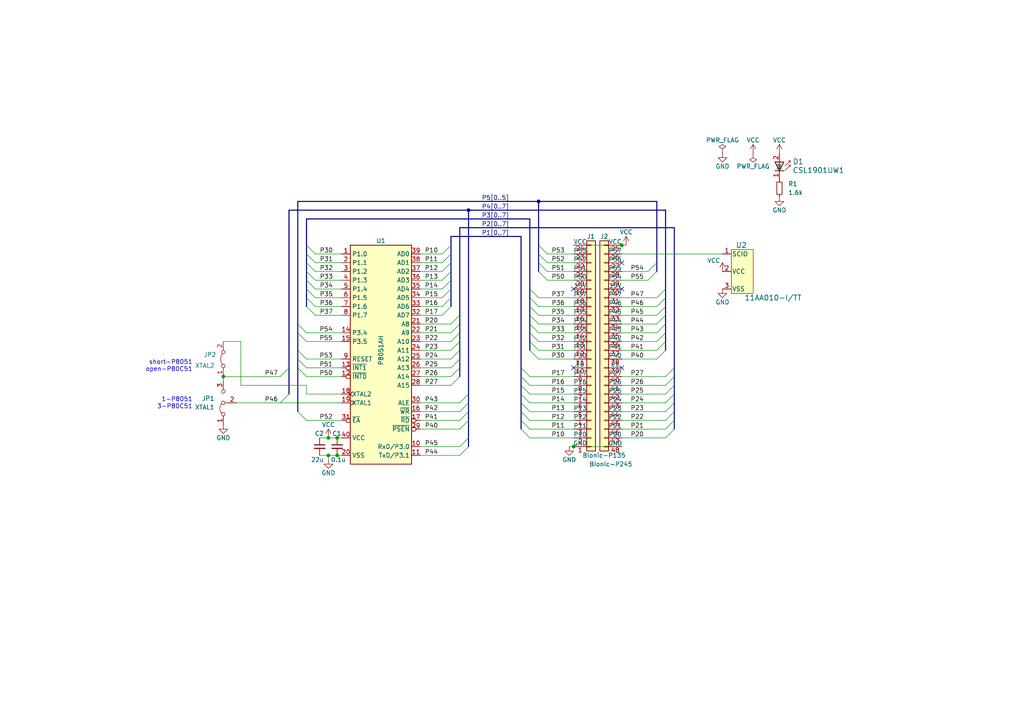
<source format=kicad_sch>
(kicad_sch (version 20230121) (generator eeschema)
  (paper "A4")
  (title_block (title "BionicP8051") (date "2024-12-02") (rev "5") (company "Tadashi G. Takaoka"))
  (lib_symbols
    (symbol "0-LocalLibrary:11AA010-I_TT" (pin_names (offset 0.254))
      (property "Reference" "U" (at 2.54 1.27 0))
      (property "Value" "11AA010-I/TT" (at 3.81 -13.97 0))
      (symbol "11AA010-I_TT_1_1"
        (rectangle (start 0 0) (end 6.35 -12.7) (fill (type background)))
        (pin bidirectional line (at -2.54 -1.27 0) (length 2.54) (name "SCIO") (number "1"))
        (pin power_in line (at -2.54 -6.35 0) (length 2.54) (name "VCC") (number "2"))
        (pin power_in line (at -2.54 -11.43 0) (length 2.54) (name "VSS") (number "3"))
      )
    )
    (symbol "0-LocalLibrary:Bionic-P135" (pin_names (offset 0))
      (property "Reference" "J" (at 0 30.48 0))
      (property "Value" "Bionic-P135" (at -1.27 -33.02 0))
      (symbol "Bionic-P135_1_1"
        (rectangle (start 0 -30.353) (end -1.27 -30.607) (stroke (width 0.1524)))
        (rectangle (start 0 -27.813) (end -1.27 -28.067) (stroke (width 0.1524)))
        (rectangle (start 0 -25.273) (end -1.27 -25.527) (stroke (width 0.1524)))
        (rectangle (start 0 -22.733) (end -1.27 -22.987) (stroke (width 0.1524)))
        (rectangle (start 0 -20.193) (end -1.27 -20.447) (stroke (width 0.1524)))
        (rectangle (start 0 -17.653) (end -1.27 -17.907) (stroke (width 0.1524)))
        (rectangle (start 0 -15.113) (end -1.27 -15.367) (stroke (width 0.1524)))
        (rectangle (start 0 -12.573) (end -1.27 -12.827) (stroke (width 0.1524)))
        (rectangle (start 0 -10.033) (end -1.27 -10.287) (stroke (width 0.1524)))
        (rectangle (start 0 -7.493) (end -1.27 -7.747) (stroke (width 0.1524)))
        (rectangle (start 0 -4.953) (end -1.27 -5.207) (stroke (width 0.1524)))
        (rectangle (start 0 -2.413) (end -1.27 -2.667) (stroke (width 0.1524)))
        (rectangle (start 0 0.127) (end -1.27 -0.127) (stroke (width 0.1524)))
        (rectangle (start 0 2.667) (end -1.27 2.413) (stroke (width 0.1524)))
        (rectangle (start 0 5.207) (end -1.27 4.953) (stroke (width 0.1524)))
        (rectangle (start 0 7.747) (end -1.27 7.493) (stroke (width 0.1524)))
        (rectangle (start 0 10.287) (end -1.27 10.033) (stroke (width 0.1524)))
        (rectangle (start 0 12.827) (end -1.27 12.573) (stroke (width 0.1524)))
        (rectangle (start 0 15.367) (end -1.27 15.113) (stroke (width 0.1524)))
        (rectangle (start 0 17.907) (end -1.27 17.653) (stroke (width 0.1524)))
        (rectangle (start 0 20.447) (end -1.27 20.193) (stroke (width 0.1524)))
        (rectangle (start 0 22.987) (end -1.27 22.733) (stroke (width 0.1524)))
        (rectangle (start 0 25.527) (end -1.27 25.273) (stroke (width 0.1524)))
        (rectangle (start 0 28.067) (end -1.27 27.813) (stroke (width 0.1524)))
        (rectangle (start 1.27 29.21) (end -1.27 -31.75) (stroke (width 0.254)) (fill (type background)))
        (pin power_in line (at -5.08 -30.48 0) (length 3.81) (name "GND") (number "1"))
        (pin bidirectional line (at -5.08 -7.62 0) (length 3.81) (name "E0") (number "10"))
        (pin bidirectional line (at -5.08 -5.08 0) (length 3.81) (name "P30") (number "11"))
        (pin bidirectional line (at -5.08 -2.54 0) (length 3.81) (name "P31") (number "12"))
        (pin bidirectional line (at -5.08 0 0) (length 3.81) (name "P32") (number "13"))
        (pin bidirectional line (at -5.08 2.54 0) (length 3.81) (name "P33") (number "14"))
        (pin bidirectional line (at -5.08 5.08 0) (length 3.81) (name "P34") (number "15"))
        (pin bidirectional line (at -5.08 7.62 0) (length 3.81) (name "P35") (number "16"))
        (pin bidirectional line (at -5.08 10.16 0) (length 3.81) (name "P36") (number "17"))
        (pin bidirectional line (at -5.08 12.7 0) (length 3.81) (name "P37") (number "18"))
        (pin power_in line (at -5.08 15.24 0) (length 3.81) (name "15V") (number "19"))
        (pin bidirectional line (at -5.08 -27.94 0) (length 3.81) (name "P10") (number "2"))
        (pin bidirectional line (at -5.08 17.78 0) (length 3.81) (name "P50") (number "20"))
        (pin bidirectional line (at -5.08 20.32 0) (length 3.81) (name "P51") (number "21"))
        (pin bidirectional line (at -5.08 22.86 0) (length 3.81) (name "P52") (number "22"))
        (pin bidirectional line (at -5.08 25.4 0) (length 3.81) (name "P53") (number "23"))
        (pin power_in line (at -5.08 27.94 0) (length 3.81) (name "VCC") (number "24"))
        (pin bidirectional line (at -5.08 -25.4 0) (length 3.81) (name "P11") (number "3"))
        (pin bidirectional line (at -5.08 -22.86 0) (length 3.81) (name "P12") (number "4"))
        (pin bidirectional line (at -5.08 -20.32 0) (length 3.81) (name "P13") (number "5"))
        (pin bidirectional line (at -5.08 -17.78 0) (length 3.81) (name "P14") (number "6"))
        (pin bidirectional line (at -5.08 -15.24 0) (length 3.81) (name "P15") (number "7"))
        (pin bidirectional line (at -5.08 -12.7 0) (length 3.81) (name "P16") (number "8"))
        (pin bidirectional line (at -5.08 -10.16 0) (length 3.81) (name "P17") (number "9"))
      )
    )
    (symbol "0-LocalLibrary:Bionic-P245" (pin_names (offset 0))
      (property "Reference" "J" (at -3.81 30.48 0))
      (property "Value" "Bionic-P245" (at -1.27 -33.02 0))
      (symbol "Bionic-P245_1_1"
        (rectangle (start -2.54 -30.607) (end -3.81 -30.353) (stroke (width 0.1524)))
        (rectangle (start -2.54 -28.067) (end -3.81 -27.813) (stroke (width 0.1524)))
        (rectangle (start -2.54 -25.527) (end -3.81 -25.273) (stroke (width 0.1524)))
        (rectangle (start -2.54 -22.987) (end -3.81 -22.733) (stroke (width 0.1524)))
        (rectangle (start -2.54 -20.447) (end -3.81 -20.193) (stroke (width 0.1524)))
        (rectangle (start -2.54 -17.907) (end -3.81 -17.653) (stroke (width 0.1524)))
        (rectangle (start -2.54 -15.367) (end -3.81 -15.113) (stroke (width 0.1524)))
        (rectangle (start -2.54 -12.827) (end -3.81 -12.573) (stroke (width 0.1524)))
        (rectangle (start -2.54 -10.287) (end -3.81 -10.033) (stroke (width 0.1524)))
        (rectangle (start -2.54 -7.747) (end -3.81 -7.493) (stroke (width 0.1524)))
        (rectangle (start -2.54 -5.207) (end -3.81 -4.953) (stroke (width 0.1524)))
        (rectangle (start -2.54 -2.667) (end -3.81 -2.413) (stroke (width 0.1524)))
        (rectangle (start -2.54 -0.127) (end -3.81 0.127) (stroke (width 0.1524)))
        (rectangle (start -2.54 2.413) (end -3.81 2.667) (stroke (width 0.1524)))
        (rectangle (start -2.54 4.953) (end -3.81 5.207) (stroke (width 0.1524)))
        (rectangle (start -2.54 7.493) (end -3.81 7.747) (stroke (width 0.1524)))
        (rectangle (start -2.54 10.033) (end -3.81 10.287) (stroke (width 0.1524)))
        (rectangle (start -2.54 12.573) (end -3.81 12.827) (stroke (width 0.1524)))
        (rectangle (start -2.54 15.113) (end -3.81 15.367) (stroke (width 0.1524)))
        (rectangle (start -2.54 17.653) (end -3.81 17.907) (stroke (width 0.1524)))
        (rectangle (start -2.54 20.193) (end -3.81 20.447) (stroke (width 0.1524)))
        (rectangle (start -2.54 22.733) (end -3.81 22.987) (stroke (width 0.1524)))
        (rectangle (start -2.54 25.273) (end -3.81 25.527) (stroke (width 0.1524)))
        (rectangle (start -2.54 27.813) (end -3.81 28.067) (stroke (width 0.1524)))
        (rectangle (start -2.54 29.21) (end -5.08 -31.75) (stroke (width 0.254)) (fill (type background)))
        (pin power_in line (at 1.27 27.94 180) (length 3.81) (name "VCC") (number "25"))
        (pin bidirectional line (at 1.27 25.4 180) (length 3.81) (name "P57") (number "26"))
        (pin bidirectional line (at 1.27 22.86 180) (length 3.81) (name "P56") (number "27"))
        (pin bidirectional line (at 1.27 20.32 180) (length 3.81) (name "P55") (number "28"))
        (pin bidirectional line (at 1.27 17.78 180) (length 3.81) (name "P54") (number "29"))
        (pin power_in line (at 1.27 15.24 180) (length 3.81) (name "15V") (number "30"))
        (pin bidirectional line (at 1.27 12.7 180) (length 3.81) (name "P47") (number "31"))
        (pin bidirectional line (at 1.27 10.16 180) (length 3.81) (name "P46") (number "32"))
        (pin bidirectional line (at 1.27 7.62 180) (length 3.81) (name "P45") (number "33"))
        (pin bidirectional line (at 1.27 5.08 180) (length 3.81) (name "P44") (number "34"))
        (pin bidirectional line (at 1.27 2.54 180) (length 3.81) (name "P43") (number "35"))
        (pin bidirectional line (at 1.27 0 180) (length 3.81) (name "P42") (number "36"))
        (pin bidirectional line (at 1.27 -2.54 180) (length 3.81) (name "P41") (number "37"))
        (pin bidirectional line (at 1.27 -5.08 180) (length 3.81) (name "P40") (number "38"))
        (pin bidirectional line (at 1.27 -7.62 180) (length 3.81) (name "E1") (number "39"))
        (pin bidirectional line (at 1.27 -10.16 180) (length 3.81) (name "P27") (number "40"))
        (pin bidirectional line (at 1.27 -12.7 180) (length 3.81) (name "P26") (number "41"))
        (pin bidirectional line (at 1.27 -15.24 180) (length 3.81) (name "P25") (number "42"))
        (pin bidirectional line (at 1.27 -17.78 180) (length 3.81) (name "P24") (number "43"))
        (pin bidirectional line (at 1.27 -20.32 180) (length 3.81) (name "P23") (number "44"))
        (pin bidirectional line (at 1.27 -22.86 180) (length 3.81) (name "P22") (number "45"))
        (pin bidirectional line (at 1.27 -25.4 180) (length 3.81) (name "P21") (number "46"))
        (pin bidirectional line (at 1.27 -27.94 180) (length 3.81) (name "P20") (number "47"))
        (pin power_in line (at 1.27 -30.48 180) (length 3.81) (name "GND") (number "48"))
      )
    )
    (symbol "0-LocalLibrary:CSL1901UW1" (pin_names (offset 0.254))
      (property "Reference" "D" (at 3.81 -2.54 0))
      (property "Value" "CSL1901UW1" (at 3.81 -5.08 0))
      (symbol "CSL1901UW1_0_1"
        (polyline (pts (xy 2.159 3.175) (xy 2.667 3.175)))
        (polyline (pts (xy 2.54 0) (xy 5.08 0)))
        (polyline (pts (xy 5.08 1.27) (xy 5.08 -1.27)) (stroke (width 0.254)))
        (polyline (pts (xy 3.683 1.651) (xy 2.159 3.175) (xy 2.159 2.667)))
        (polyline (pts (xy 2.54 -1.27) (xy 5.08 0) (xy 2.54 1.27) (xy 2.54 -1.27)) (stroke (width 0.254)))
        (polyline (pts (xy 4.953 1.651) (xy 3.429 3.175) (xy 3.429 2.667) (xy 3.429 3.175) (xy 3.937 3.175)))
      )
      (symbol "CSL1901UW1_1_1"
        (pin passive line (at 7.62 0 180) (length 2.54) (name "K") (number "1"))
        (pin passive line (at 0 0 0) (length 2.54) (name "A") (number "2"))
      )
      (symbol "CSL1901UW1_1_2"
        (polyline (pts (xy -5.08 7.62) (xy -4.445 8.255)) (stroke (width 0.2032)))
        (polyline (pts (xy -5.08 8.255) (xy -5.08 7.62)) (stroke (width 0.2032)))
        (polyline (pts (xy -4.445 6.35) (xy -3.81 6.985)) (stroke (width 0.2032)))
        (polyline (pts (xy -4.445 8.255) (xy -5.08 8.255)) (stroke (width 0.2032)))
        (polyline (pts (xy -4.445 9.525) (xy -3.81 10.16)) (stroke (width 0.2032)))
        (polyline (pts (xy -4.445 10.16) (xy -4.445 9.525)) (stroke (width 0.2032)))
        (polyline (pts (xy -3.81 6.985) (xy -5.08 8.255)) (stroke (width 0.2032)))
        (polyline (pts (xy -3.81 8.255) (xy -3.175 8.89)) (stroke (width 0.2032)))
        (polyline (pts (xy -3.81 10.16) (xy -4.445 10.16)) (stroke (width 0.2032)))
        (polyline (pts (xy -3.175 5.08) (xy -4.445 6.35)) (stroke (width 0.2032)))
        (polyline (pts (xy -3.175 8.89) (xy -4.445 10.16)) (stroke (width 0.2032)))
        (polyline (pts (xy -2.54 6.985) (xy -3.81 8.255)) (stroke (width 0.2032)))
        (polyline (pts (xy -1.905 3.81) (xy 1.905 3.81)) (stroke (width 0.2032)))
        (polyline (pts (xy 0 2.54) (xy 0 3.4798)) (stroke (width 0.2032)))
        (polyline (pts (xy 0 3.175) (xy 0 3.81)) (stroke (width 0.2032)))
        (polyline (pts (xy 0 6.35) (xy -1.905 3.81)) (stroke (width 0.2032)))
        (polyline (pts (xy 0 6.35) (xy 0 7.62)) (stroke (width 0.2032)))
        (polyline (pts (xy 1.905 3.81) (xy 0 6.35)) (stroke (width 0.2032)))
        (polyline (pts (xy 1.905 6.35) (xy -1.905 6.35)) (stroke (width 0.2032)))
        (pin unspecified line (at 0 10.16 270) (length 2.54) (name "") (number "1"))
        (pin unspecified line (at 0 0 90) (length 2.54) (name "") (number "2"))
      )
    )
    (symbol "0-LocalLibrary:P8051AH"
      (property "Reference" "U" (at -1.27 31.75 0))
      (property "Value" "P8051AH" (at 0 -3.81 90))
      (symbol "P8051AH_0_1"
        (rectangle (start -8.89 -33.02) (end 8.89 30.48) (stroke (width 0.254)) (fill (type background)))
      )
      (symbol "P8051AH_1_1"
        (pin bidirectional line (at -11.43 27.94 0) (length 2.54) (name "P1.0") (number "1"))
        (pin input line (at 11.43 -27.94 180) (length 2.54) (name "RxD/P3.0") (number "10"))
        (pin output line (at 11.43 -30.48 180) (length 2.54) (name "TxD/P3.1") (number "11"))
        (pin input inverted (at -11.43 -7.62 0) (length 2.54) (name "~{INT0}") (number "12"))
        (pin input inverted (at -11.43 -5.08 0) (length 2.54) (name "~{INT1}") (number "13"))
        (pin bidirectional line (at -11.43 5.08 0) (length 2.54) (name "P3.4") (number "14"))
        (pin bidirectional line (at -11.43 2.54 0) (length 2.54) (name "P3.5") (number "15"))
        (pin output line (at 11.43 -17.78 180) (length 2.54) (name "~{WR}") (number "16"))
        (pin output inverted (at 11.43 -20.32 180) (length 2.54) (name "~{RD}") (number "17"))
        (pin input non_logic (at -11.43 -12.7 0) (length 2.54) (name "XTAL2") (number "18"))
        (pin input clock (at -11.43 -15.24 0) (length 2.54) (name "XTAL1") (number "19"))
        (pin bidirectional line (at -11.43 25.4 0) (length 2.54) (name "P1.1") (number "2"))
        (pin power_in line (at -11.43 -30.48 0) (length 2.54) (name "VSS") (number "20"))
        (pin output line (at 11.43 7.62 180) (length 2.54) (name "A8") (number "21"))
        (pin output line (at 11.43 5.08 180) (length 2.54) (name "A9") (number "22"))
        (pin output line (at 11.43 2.54 180) (length 2.54) (name "A10") (number "23"))
        (pin output line (at 11.43 0 180) (length 2.54) (name "A11") (number "24"))
        (pin output line (at 11.43 -2.54 180) (length 2.54) (name "A12") (number "25"))
        (pin output line (at 11.43 -5.08 180) (length 2.54) (name "A13") (number "26"))
        (pin output line (at 11.43 -7.62 180) (length 2.54) (name "A14") (number "27"))
        (pin output line (at 11.43 -10.16 180) (length 2.54) (name "A15") (number "28"))
        (pin output inverted (at 11.43 -22.86 180) (length 2.54) (name "~{PSEN}") (number "29"))
        (pin bidirectional line (at -11.43 22.86 0) (length 2.54) (name "P1.2") (number "3"))
        (pin output line (at 11.43 -15.24 180) (length 2.54) (name "ALE") (number "30"))
        (pin input inverted (at -11.43 -20.32 0) (length 2.54) (name "~{EA}") (number "31"))
        (pin bidirectional line (at 11.43 10.16 180) (length 2.54) (name "AD7") (number "32"))
        (pin bidirectional line (at 11.43 12.7 180) (length 2.54) (name "AD6") (number "33"))
        (pin bidirectional line (at 11.43 15.24 180) (length 2.54) (name "AD5") (number "34"))
        (pin bidirectional line (at 11.43 17.78 180) (length 2.54) (name "AD4") (number "35"))
        (pin bidirectional line (at 11.43 20.32 180) (length 2.54) (name "AD3") (number "36"))
        (pin bidirectional line (at 11.43 22.86 180) (length 2.54) (name "AD2") (number "37"))
        (pin bidirectional line (at 11.43 25.4 180) (length 2.54) (name "AD1") (number "38"))
        (pin bidirectional line (at 11.43 27.94 180) (length 2.54) (name "AD0") (number "39"))
        (pin bidirectional line (at -11.43 20.32 0) (length 2.54) (name "P1.3") (number "4"))
        (pin power_in line (at -11.43 -25.4 0) (length 2.54) (name "VCC") (number "40"))
        (pin bidirectional line (at -11.43 17.78 0) (length 2.54) (name "P1.4") (number "5"))
        (pin bidirectional line (at -11.43 15.24 0) (length 2.54) (name "P1.5") (number "6"))
        (pin bidirectional line (at -11.43 12.7 0) (length 2.54) (name "P1.6") (number "7"))
        (pin bidirectional line (at -11.43 10.16 0) (length 2.54) (name "P1.7") (number "8"))
        (pin input line (at -11.43 -2.54 0) (length 2.54) (name "RESET") (number "9"))
      )
    )
    (symbol "Device:C_Small" (pin_numbers hide) (pin_names (offset 0.254) hide)
      (property "Reference" "C" (at 0.254 1.778 0))
      (property "Value" "C_Small" (at 0.254 -2.032 0))
      (symbol "C_Small_0_1"
        (polyline (pts (xy -1.524 -0.508) (xy 1.524 -0.508)) (stroke (width 0.3302)))
        (polyline (pts (xy -1.524 0.508) (xy 1.524 0.508)) (stroke (width 0.3048)))
      )
      (symbol "C_Small_1_1"
        (pin passive line (at 0 2.54 270) (length 2.032) (name "~") (number "1"))
        (pin passive line (at 0 -2.54 90) (length 2.032) (name "~") (number "2"))
      )
    )
    (symbol "Device:R_Small" (pin_numbers hide) (pin_names (offset 0.254) hide)
      (property "Reference" "R" (at 0.762 0.508 0))
      (property "Value" "R_Small" (at 0.762 -1.016 0))
      (symbol "R_Small_0_1"
        (rectangle (start -0.762 1.778) (end 0.762 -1.778) (stroke (width 0.2032)))
      )
      (symbol "R_Small_1_1"
        (pin passive line (at 0 2.54 270) (length 0.762) (name "~") (number "1"))
        (pin passive line (at 0 -2.54 90) (length 0.762) (name "~") (number "2"))
      )
    )
    (symbol "Jumper:Jumper_2_Bridged" (pin_names (offset 0) hide)
      (property "Reference" "JP" (at 0 1.905 0))
      (property "Value" "Jumper_2_Bridged" (at 0 -2.54 0))
      (symbol "Jumper_2_Bridged_0_0"
        (circle (center -2.032 0) (radius 0.508))
        (circle (center 2.032 0) (radius 0.508))
      )
      (symbol "Jumper_2_Bridged_0_1"
        (arc (start 1.524 0.254) (mid 0 0.762) (end -1.524 0.254))
      )
      (symbol "Jumper_2_Bridged_1_1"
        (pin passive line (at -5.08 0 0) (length 2.54) (name "A") (number "1"))
        (pin passive line (at 5.08 0 180) (length 2.54) (name "B") (number "2"))
      )
    )
    (symbol "Jumper:Jumper_3_Bridged12" (pin_names (offset 0) hide)
      (property "Reference" "JP" (at -2.54 -2.54 0))
      (property "Value" "Jumper_3_Bridged12" (at 0 2.794 0))
      (symbol "Jumper_3_Bridged12_0_0"
        (circle (center -3.302 0) (radius 0.508))
        (circle (center 0 0) (radius 0.508))
        (circle (center 3.302 0) (radius 0.508))
      )
      (symbol "Jumper_3_Bridged12_0_1"
        (arc (start -0.254 0.508) (mid -1.651 0.9912) (end -3.048 0.508))
        (polyline (pts (xy 0 -1.27) (xy 0 -0.508)))
      )
      (symbol "Jumper_3_Bridged12_1_1"
        (pin passive line (at -6.35 0 0) (length 2.54) (name "A") (number "1"))
        (pin passive line (at 0 -3.81 90) (length 2.54) (name "C") (number "2"))
        (pin passive line (at 6.35 0 180) (length 2.54) (name "B") (number "3"))
      )
    )
    (symbol "power:GND" (power) (pin_names (offset 0))
      (property "Value" "GND" (at 0 -3.81 0))
      (symbol "GND_0_1"
        (polyline (pts (xy 0 0) (xy 0 -1.27) (xy 1.27 -1.27) (xy 0 -2.54) (xy -1.27 -1.27) (xy 0 -1.27)))
      )
      (symbol "GND_1_1"
        (pin power_in line (at 0 0 270) (length 0) hide (name "GND") (number "1"))
      )
    )
    (symbol "power:PWR_FLAG" (power) (pin_numbers hide) (pin_names (offset 0) hide)
      (property "Value" "PWR_FLAG" (at 0 3.81 0))
      (symbol "PWR_FLAG_0_0"
        (pin power_out line (at 0 0 90) (length 0) (name "pwr") (number "1"))
      )
      (symbol "PWR_FLAG_0_1"
        (polyline (pts (xy 0 0) (xy 0 1.27) (xy -1.016 1.905) (xy 0 2.54) (xy 1.016 1.905) (xy 0 1.27)))
      )
    )
    (symbol "power:VCC" (power) (pin_names (offset 0))
      (property "Value" "VCC" (at 0 3.81 0))
      (symbol "VCC_0_1"
        (polyline (pts (xy -0.762 1.27) (xy 0 2.54)))
        (polyline (pts (xy 0 0) (xy 0 2.54)))
        (polyline (pts (xy 0 2.54) (xy 0.762 1.27)))
      )
      (symbol "VCC_1_1"
        (pin power_in line (at 0 0 90) (length 0) hide (name "VCC") (number "1"))
      )
    )
  )
  (junction (at 180.34 71.12))
  (junction (at 95.25 132.08))
  (junction (at 97.79 132.08))
  (junction (at 166.37 129.54))
  (junction (at 156.21 58.42))
  (junction (at 95.25 127))
  (junction (at 97.79 127))
  (junction (at 135.89 60.96))
  (junction (at 64.77 109.22))
  (no_connect (at 180.34 106.68))
  (no_connect (at 166.37 83.82))
  (no_connect (at 166.37 106.68))
  (no_connect (at 180.34 76.2))
  (no_connect (at 180.34 83.82))
  (bus_entry (at 153.67 99.06) (size 2.54 2.54))
  (bus_entry (at 190.5 101.6) (size 2.54 -2.54))
  (bus_entry (at 153.67 111.76) (size -2.54 -2.54))
  (bus_entry (at 195.58 116.84) (size -2.54 2.54))
  (bus_entry (at 128.27 83.82) (size 2.54 -2.54))
  (bus_entry (at 133.35 121.92) (size 2.54 -2.54))
  (bus_entry (at 153.67 109.22) (size -2.54 -2.54))
  (bus_entry (at 88.9 78.74) (size 2.54 2.54))
  (bus_entry (at 190.5 93.98) (size 2.54 -2.54))
  (bus_entry (at 88.9 109.22) (size -2.54 -2.54))
  (bus_entry (at 190.5 86.36) (size 2.54 -2.54))
  (bus_entry (at 190.5 76.2) (size -2.54 2.54))
  (bus_entry (at 156.21 78.74) (size 2.54 2.54))
  (bus_entry (at 133.35 104.14) (size -2.54 2.54))
  (bus_entry (at 133.35 106.68) (size -2.54 2.54))
  (bus_entry (at 195.58 106.68) (size -2.54 2.54))
  (bus_entry (at 153.67 114.3) (size -2.54 -2.54))
  (bus_entry (at 133.35 119.38) (size 2.54 -2.54))
  (bus_entry (at 88.9 76.2) (size 2.54 2.54))
  (bus_entry (at 135.89 121.92) (size -2.54 2.54))
  (bus_entry (at 88.9 71.12) (size 2.54 2.54))
  (bus_entry (at 128.27 81.28) (size 2.54 -2.54))
  (bus_entry (at 133.35 96.52) (size -2.54 2.54))
  (bus_entry (at 153.67 127) (size -2.54 -2.54))
  (bus_entry (at 195.58 124.46) (size -2.54 2.54))
  (bus_entry (at 128.27 73.66) (size 2.54 -2.54))
  (bus_entry (at 156.21 73.66) (size 2.54 2.54))
  (bus_entry (at 156.21 76.2) (size 2.54 2.54))
  (bus_entry (at 83.82 106.68) (size -2.54 2.54))
  (bus_entry (at 153.67 88.9) (size 2.54 2.54))
  (bus_entry (at 128.27 76.2) (size 2.54 -2.54))
  (bus_entry (at 190.5 91.44) (size 2.54 -2.54))
  (bus_entry (at 128.27 78.74) (size 2.54 -2.54))
  (bus_entry (at 88.9 86.36) (size 2.54 2.54))
  (bus_entry (at 88.9 83.82) (size 2.54 2.54))
  (bus_entry (at 128.27 88.9) (size 2.54 -2.54))
  (bus_entry (at 128.27 86.36) (size 2.54 -2.54))
  (bus_entry (at 190.5 96.52) (size 2.54 -2.54))
  (bus_entry (at 195.58 121.92) (size -2.54 2.54))
  (bus_entry (at 128.27 91.44) (size 2.54 -2.54))
  (bus_entry (at 195.58 114.3) (size -2.54 2.54))
  (bus_entry (at 130.81 96.52) (size 2.54 -2.54))
  (bus_entry (at 153.67 101.6) (size 2.54 2.54))
  (bus_entry (at 83.82 114.3) (size -2.54 2.54))
  (bus_entry (at 153.67 121.92) (size -2.54 -2.54))
  (bus_entry (at 133.35 129.54) (size 2.54 -2.54))
  (bus_entry (at 133.35 132.08) (size 2.54 -2.54))
  (bus_entry (at 133.35 109.22) (size -2.54 2.54))
  (bus_entry (at 86.36 93.98) (size 2.54 2.54))
  (bus_entry (at 153.67 116.84) (size -2.54 -2.54))
  (bus_entry (at 190.5 99.06) (size 2.54 -2.54))
  (bus_entry (at 88.9 81.28) (size 2.54 2.54))
  (bus_entry (at 153.67 91.44) (size 2.54 2.54))
  (bus_entry (at 153.67 86.36) (size 2.54 2.54))
  (bus_entry (at 133.35 116.84) (size 2.54 -2.54))
  (bus_entry (at 195.58 111.76) (size -2.54 2.54))
  (bus_entry (at 195.58 119.38) (size -2.54 2.54))
  (bus_entry (at 133.35 99.06) (size -2.54 2.54))
  (bus_entry (at 88.9 73.66) (size 2.54 2.54))
  (bus_entry (at 190.5 88.9) (size 2.54 -2.54))
  (bus_entry (at 88.9 106.68) (size -2.54 -2.54))
  (bus_entry (at 86.36 101.6) (size 2.54 2.54))
  (bus_entry (at 153.67 93.98) (size 2.54 2.54))
  (bus_entry (at 153.67 119.38) (size -2.54 -2.54))
  (bus_entry (at 133.35 101.6) (size -2.54 2.54))
  (bus_entry (at 130.81 93.98) (size 2.54 -2.54))
  (bus_entry (at 195.58 109.22) (size -2.54 2.54))
  (bus_entry (at 153.67 96.52) (size 2.54 2.54))
  (bus_entry (at 86.36 96.52) (size 2.54 2.54))
  (bus_entry (at 153.67 83.82) (size 2.54 2.54))
  (bus_entry (at 153.67 124.46) (size -2.54 -2.54))
  (bus_entry (at 156.21 71.12) (size 2.54 2.54))
  (bus_entry (at 190.5 104.14) (size 2.54 -2.54))
  (bus_entry (at 88.9 88.9) (size 2.54 2.54))
  (bus_entry (at 88.9 121.92) (size -2.54 -2.54))
  (bus_entry (at 190.5 78.74) (size -2.54 2.54))
  (bus (pts (xy 88.9 86.36) (xy 88.9 88.9)))
  (bus (pts (xy 151.13 68.58) (xy 151.13 106.68)))
  (bus (pts (xy 193.04 88.9) (xy 193.04 86.36)))
  (wire (pts (xy 91.44 86.36) (xy 99.06 86.36)))
  (wire (pts (xy 180.34 96.52) (xy 190.5 96.52)))
  (bus (pts (xy 195.58 121.92) (xy 195.58 124.46)))
  (wire (pts (xy 121.92 109.22) (xy 130.81 109.22)))
  (wire (pts (xy 88.9 121.92) (xy 99.06 121.92)))
  (bus (pts (xy 195.58 109.22) (xy 195.58 111.76)))
  (wire (pts (xy 95.25 127) (xy 97.79 127)))
  (bus (pts (xy 195.58 119.38) (xy 195.58 121.92)))
  (wire (pts (xy 156.21 99.06) (xy 166.37 99.06)))
  (wire (pts (xy 91.44 91.44) (xy 99.06 91.44)))
  (wire (pts (xy 69.85 99.06) (xy 64.77 99.06)))
  (wire (pts (xy 121.92 76.2) (xy 128.27 76.2)))
  (bus (pts (xy 86.36 96.52) (xy 86.36 101.6)))
  (bus (pts (xy 130.81 73.66) (xy 130.81 76.2)))
  (bus (pts (xy 135.89 129.54) (xy 135.89 127)))
  (wire (pts (xy 121.92 73.66) (xy 128.27 73.66)))
  (bus (pts (xy 83.82 60.96) (xy 135.89 60.96)))
  (bus (pts (xy 190.5 78.74) (xy 190.5 76.2)))
  (wire (pts (xy 97.79 132.08) (xy 99.06 132.08)))
  (wire (pts (xy 121.92 106.68) (xy 130.81 106.68)))
  (wire (pts (xy 158.75 81.28) (xy 166.37 81.28)))
  (wire (pts (xy 121.92 129.54) (xy 133.35 129.54)))
  (wire (pts (xy 180.34 71.12) (xy 181.61 71.12)))
  (wire (pts (xy 180.34 99.06) (xy 190.5 99.06)))
  (bus (pts (xy 130.81 68.58) (xy 151.13 68.58)))
  (bus (pts (xy 130.81 83.82) (xy 130.81 86.36)))
  (wire (pts (xy 91.44 76.2) (xy 99.06 76.2)))
  (wire (pts (xy 92.71 127) (xy 95.25 127)))
  (wire (pts (xy 121.92 124.46) (xy 133.35 124.46)))
  (wire (pts (xy 121.92 132.08) (xy 133.35 132.08)))
  (wire (pts (xy 121.92 101.6) (xy 130.81 101.6)))
  (wire (pts (xy 99.06 99.06) (xy 88.9 99.06)))
  (wire (pts (xy 88.9 111.76) (xy 69.85 111.76)))
  (bus (pts (xy 88.9 83.82) (xy 88.9 86.36)))
  (wire (pts (xy 64.77 109.22) (xy 64.77 110.49)))
  (bus (pts (xy 153.67 93.98) (xy 153.67 91.44)))
  (bus (pts (xy 133.35 91.44) (xy 133.35 66.04)))
  (bus (pts (xy 153.67 63.5) (xy 153.67 83.82)))
  (bus (pts (xy 133.35 93.98) (xy 133.35 91.44)))
  (bus (pts (xy 193.04 96.52) (xy 193.04 93.98)))
  (wire (pts (xy 153.67 111.76) (xy 166.37 111.76)))
  (wire (pts (xy 180.34 88.9) (xy 190.5 88.9)))
  (bus (pts (xy 193.04 101.6) (xy 193.04 99.06)))
  (wire (pts (xy 158.75 78.74) (xy 166.37 78.74)))
  (bus (pts (xy 193.04 83.82) (xy 193.04 60.96)))
  (wire (pts (xy 158.75 73.66) (xy 166.37 73.66)))
  (wire (pts (xy 69.85 111.76) (xy 69.85 99.06)))
  (wire (pts (xy 121.92 78.74) (xy 128.27 78.74)))
  (bus (pts (xy 151.13 119.38) (xy 151.13 121.92)))
  (wire (pts (xy 121.92 88.9) (xy 128.27 88.9)))
  (wire (pts (xy 121.92 83.82) (xy 128.27 83.82)))
  (wire (pts (xy 68.58 116.84) (xy 81.28 116.84)))
  (wire (pts (xy 99.06 106.68) (xy 88.9 106.68)))
  (wire (pts (xy 156.21 93.98) (xy 166.37 93.98)))
  (wire (pts (xy 153.67 127) (xy 166.37 127)))
  (bus (pts (xy 130.81 81.28) (xy 130.81 83.82)))
  (bus (pts (xy 135.89 121.92) (xy 135.89 119.38)))
  (wire (pts (xy 153.67 121.92) (xy 166.37 121.92)))
  (wire (pts (xy 180.34 78.74) (xy 187.96 78.74)))
  (wire (pts (xy 180.34 81.28) (xy 187.96 81.28)))
  (bus (pts (xy 86.36 106.68) (xy 86.36 119.38)))
  (bus (pts (xy 195.58 109.22) (xy 195.58 106.68)))
  (wire (pts (xy 99.06 114.3) (xy 88.9 114.3)))
  (wire (pts (xy 91.44 73.66) (xy 99.06 73.66)))
  (wire (pts (xy 153.67 109.22) (xy 166.37 109.22)))
  (wire (pts (xy 88.9 104.14) (xy 99.06 104.14)))
  (wire (pts (xy 121.92 111.76) (xy 130.81 111.76)))
  (bus (pts (xy 156.21 58.42) (xy 190.5 58.42)))
  (wire (pts (xy 121.92 104.14) (xy 130.81 104.14)))
  (bus (pts (xy 86.36 58.42) (xy 156.21 58.42)))
  (bus (pts (xy 135.89 121.92) (xy 135.89 127)))
  (bus (pts (xy 153.67 101.6) (xy 153.67 99.06)))
  (bus (pts (xy 133.35 104.14) (xy 133.35 106.68)))
  (bus (pts (xy 86.36 104.14) (xy 86.36 106.68)))
  (bus (pts (xy 153.67 96.52) (xy 153.67 93.98)))
  (wire (pts (xy 180.34 124.46) (xy 193.04 124.46)))
  (bus (pts (xy 195.58 116.84) (xy 195.58 119.38)))
  (bus (pts (xy 195.58 114.3) (xy 195.58 116.84)))
  (bus (pts (xy 133.35 93.98) (xy 133.35 96.52)))
  (bus (pts (xy 133.35 66.04) (xy 195.58 66.04)))
  (bus (pts (xy 88.9 63.5) (xy 153.67 63.5)))
  (wire (pts (xy 95.25 132.08) (xy 97.79 132.08)))
  (wire (pts (xy 180.34 91.44) (xy 190.5 91.44)))
  (bus (pts (xy 151.13 114.3) (xy 151.13 116.84)))
  (bus (pts (xy 130.81 76.2) (xy 130.81 78.74)))
  (bus (pts (xy 153.67 86.36) (xy 153.67 83.82)))
  (bus (pts (xy 190.5 58.42) (xy 190.5 76.2)))
  (wire (pts (xy 121.92 121.92) (xy 133.35 121.92)))
  (wire (pts (xy 92.71 132.08) (xy 95.25 132.08)))
  (wire (pts (xy 156.21 96.52) (xy 166.37 96.52)))
  (wire (pts (xy 121.92 86.36) (xy 128.27 86.36)))
  (bus (pts (xy 195.58 111.76) (xy 195.58 114.3)))
  (bus (pts (xy 195.58 66.04) (xy 195.58 106.68)))
  (wire (pts (xy 156.21 88.9) (xy 166.37 88.9)))
  (wire (pts (xy 99.06 109.22) (xy 88.9 109.22)))
  (bus (pts (xy 151.13 121.92) (xy 151.13 124.46)))
  (wire (pts (xy 91.44 88.9) (xy 99.06 88.9)))
  (bus (pts (xy 88.9 78.74) (xy 88.9 81.28)))
  (wire (pts (xy 97.79 127) (xy 99.06 127)))
  (wire (pts (xy 180.34 109.22) (xy 193.04 109.22)))
  (bus (pts (xy 86.36 93.98) (xy 86.36 96.52)))
  (wire (pts (xy 180.34 114.3) (xy 193.04 114.3)))
  (wire (pts (xy 121.92 81.28) (xy 128.27 81.28)))
  (bus (pts (xy 86.36 101.6) (xy 86.36 104.14)))
  (wire (pts (xy 121.92 99.06) (xy 130.81 99.06)))
  (bus (pts (xy 88.9 71.12) (xy 88.9 73.66)))
  (bus (pts (xy 130.81 71.12) (xy 130.81 68.58)))
  (wire (pts (xy 166.37 71.12) (xy 180.34 71.12)))
  (wire (pts (xy 91.44 78.74) (xy 99.06 78.74)))
  (bus (pts (xy 133.35 106.68) (xy 133.35 109.22)))
  (wire (pts (xy 153.67 119.38) (xy 166.37 119.38)))
  (wire (pts (xy 166.37 129.54) (xy 180.34 129.54)))
  (wire (pts (xy 91.44 83.82) (xy 99.06 83.82)))
  (wire (pts (xy 121.92 96.52) (xy 130.81 96.52)))
  (bus (pts (xy 153.67 88.9) (xy 153.67 86.36)))
  (wire (pts (xy 180.34 104.14) (xy 190.5 104.14)))
  (bus (pts (xy 86.36 93.98) (xy 86.36 58.42)))
  (bus (pts (xy 130.81 86.36) (xy 130.81 88.9)))
  (bus (pts (xy 83.82 106.68) (xy 83.82 60.96)))
  (bus (pts (xy 156.21 76.2) (xy 156.21 73.66)))
  (bus (pts (xy 133.35 96.52) (xy 133.35 99.06)))
  (bus (pts (xy 156.21 73.66) (xy 156.21 71.12)))
  (bus (pts (xy 135.89 119.38) (xy 135.89 116.84)))
  (bus (pts (xy 135.89 116.84) (xy 135.89 114.3)))
  (bus (pts (xy 88.9 73.66) (xy 88.9 76.2)))
  (bus (pts (xy 153.67 99.06) (xy 153.67 96.52)))
  (bus (pts (xy 156.21 78.74) (xy 156.21 76.2)))
  (bus (pts (xy 193.04 99.06) (xy 193.04 96.52)))
  (bus (pts (xy 88.9 81.28) (xy 88.9 83.82)))
  (wire (pts (xy 153.67 116.84) (xy 166.37 116.84)))
  (wire (pts (xy 166.37 129.54) (xy 165.1 129.54)))
  (wire (pts (xy 121.92 119.38) (xy 133.35 119.38)))
  (bus (pts (xy 130.81 71.12) (xy 130.81 73.66)))
  (wire (pts (xy 153.67 124.46) (xy 166.37 124.46)))
  (wire (pts (xy 95.25 133.35) (xy 95.25 132.08)))
  (wire (pts (xy 153.67 114.3) (xy 166.37 114.3)))
  (bus (pts (xy 151.13 111.76) (xy 151.13 114.3)))
  (bus (pts (xy 151.13 106.68) (xy 151.13 109.22)))
  (wire (pts (xy 180.34 116.84) (xy 193.04 116.84)))
  (wire (pts (xy 91.44 81.28) (xy 99.06 81.28)))
  (bus (pts (xy 156.21 58.42) (xy 156.21 71.12)))
  (bus (pts (xy 193.04 93.98) (xy 193.04 91.44)))
  (bus (pts (xy 83.82 114.3) (xy 83.82 106.68)))
  (bus (pts (xy 130.81 78.74) (xy 130.81 81.28)))
  (wire (pts (xy 180.34 73.66) (xy 209.55 73.66)))
  (wire (pts (xy 81.28 116.84) (xy 99.06 116.84)))
  (wire (pts (xy 88.9 114.3) (xy 88.9 111.76)))
  (wire (pts (xy 121.92 116.84) (xy 133.35 116.84)))
  (wire (pts (xy 156.21 91.44) (xy 166.37 91.44)))
  (wire (pts (xy 121.92 93.98) (xy 130.81 93.98)))
  (wire (pts (xy 64.77 109.22) (xy 81.28 109.22)))
  (wire (pts (xy 156.21 101.6) (xy 166.37 101.6)))
  (wire (pts (xy 180.34 111.76) (xy 193.04 111.76)))
  (bus (pts (xy 153.67 91.44) (xy 153.67 88.9)))
  (wire (pts (xy 121.92 91.44) (xy 128.27 91.44)))
  (bus (pts (xy 151.13 116.84) (xy 151.13 119.38)))
  (bus (pts (xy 193.04 91.44) (xy 193.04 88.9)))
  (bus (pts (xy 88.9 76.2) (xy 88.9 78.74)))
  (wire (pts (xy 156.21 104.14) (xy 166.37 104.14)))
  (bus (pts (xy 193.04 86.36) (xy 193.04 83.82)))
  (bus (pts (xy 193.04 60.96) (xy 135.89 60.96)))
  (bus (pts (xy 133.35 101.6) (xy 133.35 104.14)))
  (bus (pts (xy 88.9 71.12) (xy 88.9 63.5)))
  (wire (pts (xy 180.34 86.36) (xy 190.5 86.36)))
  (wire (pts (xy 180.34 127) (xy 193.04 127)))
  (wire (pts (xy 156.21 86.36) (xy 166.37 86.36)))
  (wire (pts (xy 180.34 101.6) (xy 190.5 101.6)))
  (wire (pts (xy 180.34 121.92) (xy 193.04 121.92)))
  (bus (pts (xy 135.89 60.96) (xy 135.89 114.3)))
  (wire (pts (xy 99.06 96.52) (xy 88.9 96.52)))
  (wire (pts (xy 158.75 76.2) (xy 166.37 76.2)))
  (wire (pts (xy 180.34 93.98) (xy 190.5 93.98)))
  (wire (pts (xy 180.34 119.38) (xy 193.04 119.38)))
  (bus (pts (xy 151.13 109.22) (xy 151.13 111.76)))
  (bus (pts (xy 133.35 99.06) (xy 133.35 101.6)))
  (text "short-P8051\nopen-P80C51" (at 55.88 107.95 0) (effects (font (size 1.27 1.27)) (justify right bottom)))
  (text "1-P8051\n3-P80C51" (at 55.88 118.745 0) (effects (font (size 1.27 1.27)) (justify right bottom)))
  (label "P16" (at 123.19 88.9 0))
  (label "P4[0..7]" (at 139.7 60.96 0))
  (label "P50" (at 163.83 81.28 180))
  (label "P54" (at 182.88 78.74 0))
  (label "P47" (at 80.645 109.22 180))
  (label "P55" (at 182.88 81.28 0))
  (label "P10" (at 163.83 127 180))
  (label "P46" (at 182.88 88.9 0))
  (label "P31" (at 92.71 76.2 0))
  (label "P11" (at 123.19 76.2 0))
  (label "P51" (at 163.83 78.74 180))
  (label "P45" (at 182.88 91.44 0))
  (label "P5[0..5]" (at 139.7 58.42 0))
  (label "P47" (at 182.88 86.36 0))
  (label "P2[0..7]" (at 139.7 66.04 0))
  (label "P52" (at 96.52 121.92 180))
  (label "P15" (at 163.83 114.3 180))
  (label "P27" (at 182.88 109.22 0))
  (label "P44" (at 123.19 132.08 0))
  (label "P32" (at 163.83 99.06 180))
  (label "P50" (at 96.52 109.22 180))
  (label "P33" (at 163.83 96.52 180))
  (label "P14" (at 123.19 83.82 0))
  (label "P43" (at 182.88 96.52 0))
  (label "P45" (at 123.19 129.54 0))
  (label "P33" (at 92.71 81.28 0))
  (label "P16" (at 163.83 111.76 180))
  (label "P22" (at 182.88 121.92 0))
  (label "P32" (at 92.71 78.74 0))
  (label "P27" (at 123.19 111.76 0))
  (label "P55" (at 96.52 99.06 180))
  (label "P10" (at 123.19 73.66 0))
  (label "P13" (at 123.19 81.28 0))
  (label "P34" (at 163.83 93.98 180))
  (label "P42" (at 123.19 119.38 0))
  (label "P53" (at 96.52 104.14 180))
  (label "P26" (at 123.19 109.22 0))
  (label "P12" (at 163.83 121.92 180))
  (label "P40" (at 182.88 104.14 0))
  (label "P1[0..7]" (at 139.7 68.58 0))
  (label "P30" (at 163.83 104.14 180))
  (label "P25" (at 123.19 106.68 0))
  (label "P22" (at 123.19 99.06 0))
  (label "P17" (at 163.83 109.22 180))
  (label "P23" (at 123.19 101.6 0))
  (label "P25" (at 182.88 114.3 0))
  (label "P37" (at 92.71 91.44 0))
  (label "P34" (at 92.71 83.82 0))
  (label "P15" (at 123.19 86.36 0))
  (label "P37" (at 163.83 86.36 180))
  (label "P36" (at 92.71 88.9 0))
  (label "P44" (at 182.88 93.98 0))
  (label "P23" (at 182.88 119.38 0))
  (label "P31" (at 163.83 101.6 180))
  (label "P51" (at 96.52 106.68 180))
  (label "P53" (at 163.83 73.66 180))
  (label "P42" (at 182.88 99.06 0))
  (label "P17" (at 123.19 91.44 0))
  (label "P26" (at 182.88 111.76 0))
  (label "P40" (at 123.19 124.46 0))
  (label "P12" (at 123.19 78.74 0))
  (label "P24" (at 123.19 104.14 0))
  (label "P11" (at 163.83 124.46 180))
  (label "P46" (at 80.645 116.84 180))
  (label "P14" (at 163.83 116.84 180))
  (label "P35" (at 163.83 91.44 180))
  (label "P3[0..7]" (at 139.7 63.5 0))
  (label "P20" (at 182.88 127 0))
  (label "P30" (at 92.71 73.66 0))
  (label "P54" (at 96.52 96.52 180))
  (label "P35" (at 92.71 86.36 0))
  (label "P20" (at 123.19 93.98 0))
  (label "P21" (at 123.19 96.52 0))
  (label "P36" (at 163.83 88.9 180))
  (label "P43" (at 123.19 116.84 0))
  (label "P41" (at 182.88 101.6 0))
  (label "P21" (at 182.88 124.46 0))
  (label "P52" (at 163.83 76.2 180))
  (label "P41" (at 123.19 121.92 0))
  (label "P24" (at 182.88 116.84 0))
  (label "P13" (at 163.83 119.38 180))
  (symbol (lib_id "Device:C_Small") (at 97.79 129.54 0) (mirror y) (unit 1)
    (property "Reference" "C1" (at 99.06 125.73 0) (effects (justify left)))
    (property "Value" "0.1u" (at 100.33 133.35 0) (effects (justify left)))
    (property "Footprint" "Resistor_SMD:R_0603_1608Metric_Pad0.98x0.95mm_HandSolder" (effects hide))
  )
  (symbol (lib_id "power:GND") (at 64.77 123.19 0) (unit 1)
    (property "Reference" "#PWR08" (effects hide))
    (property "Value" "GND" (at 64.77 127 0))
  )
  (symbol (lib_id "power:GND") (at 165.1 129.54 0) (unit 1)
    (property "Reference" "#PWR02" (effects hide))
    (property "Value" "GND" (at 165.1 133.35 0))
  )
  (symbol (lib_id "power:VCC") (at 226.06 44.45 0) (unit 1)
    (property "Reference" "#PWR09" (effects hide))
    (property "Value" "VCC" (at 226.06 40.64 0))
  )
  (symbol (lib_id "power:VCC") (at 95.25 127 0) (unit 1)
    (property "Reference" "#PWR05" (effects hide))
    (property "Value" "VCC" (at 95.25 123.19 0))
  )
  (symbol (lib_id "Jumper:Jumper_2_Bridged") (at 64.77 104.14 90) (unit 1)
    (property "Reference" "JP2" (at 59.055 102.87 90) (effects (justify right)))
    (property "Value" "XTAL2" (at 56.515 106.045 90) (effects (justify right)))
    (property "Footprint" "0-LocalLibrary:SolderJumper-2_P1.3mm_Open_RoundedPad1.0x1.5mm" (effects hide))
  )
  (symbol (lib_id "power:GND") (at 209.55 44.45 0) (unit 1)
    (property "Reference" "#PWR011" (effects hide))
    (property "Value" "GND" (at 209.55 48.26 0))
  )
  (symbol (lib_id "0-LocalLibrary:Bionic-P245") (at 179.07 99.06 0) (unit 1)
    (property "Reference" "J2" (at 175.26 68.58 0))
    (property "Value" "Bionic-P245" (at 177.165 134.62 0))
    (property "Footprint" "0-LocalLibrary:Bionic-P245_Vertical" (effects hide))
  )
  (symbol (lib_id "power:VCC") (at 218.44 44.45 0) (unit 1)
    (property "Reference" "#PWR010" (effects hide))
    (property "Value" "VCC" (at 218.44 40.64 0))
  )
  (symbol (lib_id "0-LocalLibrary:Bionic-P135") (at 171.45 99.06 0) (unit 1)
    (property "Reference" "J1" (at 170.18 68.58 0) (effects (justify left)))
    (property "Value" "Bionic-P135" (at 168.91 132.08 0) (effects (justify left)))
    (property "Footprint" "0-LocalLibrary:Bionic-P135_Vertical" (effects hide))
  )
  (symbol (lib_id "Device:R_Small") (at 226.06 54.61 0) (unit 1)
    (property "Reference" "R1" (at 228.6 53.34 0) (effects (justify left)))
    (property "Value" "1.6k" (at 228.6 55.88 0) (effects (justify left)))
    (property "Footprint" "Resistor_SMD:R_0603_1608Metric_Pad0.98x0.95mm_HandSolder" (effects hide))
  )
  (symbol (lib_id "Jumper:Jumper_3_Bridged12") (at 64.77 116.84 90) (unit 1)
    (property "Reference" "JP1" (at 62.23 115.57 90) (effects (justify left)))
    (property "Value" "XTAL1" (at 62.23 118.11 90) (effects (justify left)))
    (property "Footprint" "0-LocalLibrary:SolderJumper-3_P1.3mm_Open_RoundedPad1.0x1.5mm_NumberLabels" (effects hide))
  )
  (symbol (lib_id "0-LocalLibrary:CSL1901UW1") (at 226.06 44.45 270) (unit 1)
    (property "Reference" "D1" (at 229.87 46.863 90) (effects (font (size 1.524 1.524)) (justify left)))
    (property "Value" "CSL1901UW1" (at 229.87 49.403 90) (effects (font (size 1.524 1.524)) (justify left)))
    (property "Footprint" "0-LocalLibrary:LED_CSL1901UW1_ROM" (effects hide))
    (property "Datasheet" "https://fscdn.rohm.com/en/products/databook/datasheet/opto/led/chip_mono/csl1901uw1-e.pdf" (effects hide))
  )
  (symbol (lib_id "Device:C_Small") (at 92.71 129.54 0) (mirror y) (unit 1)
    (property "Reference" "C2" (at 93.98 125.73 0) (effects (justify left)))
    (property "Value" "22u" (at 93.98 133.35 0) (effects (justify left)))
    (property "Footprint" "Resistor_SMD:R_0603_1608Metric_Pad0.98x0.95mm_HandSolder" (effects hide))
  )
  (symbol (lib_id "power:PWR_FLAG") (at 209.55 44.45 0) (unit 1)
    (property "Reference" "#FLG01" (effects hide))
    (property "Value" "PWR_FLAG" (at 209.55 40.64 0))
  )
  (symbol (lib_id "power:VCC") (at 209.55 78.74 0) (unit 1)
    (property "Reference" "#PWR07" (effects hide))
    (property "Value" "VCC" (at 207.01 75.565 0))
  )
  (symbol (lib_id "power:VCC") (at 181.61 71.12 0) (unit 1)
    (property "Reference" "#PWR04" (effects hide))
    (property "Value" "VCC" (at 181.61 67.31 0))
  )
  (symbol (lib_id "power:PWR_FLAG") (at 218.44 44.45 180) (unit 1)
    (property "Reference" "#FLG02" (effects hide))
    (property "Value" "PWR_FLAG" (at 218.44 48.26 0))
  )
  (symbol (lib_id "0-LocalLibrary:11AA010-I_TT") (at 212.09 72.39 0) (unit 1)
    (property "Reference" "U2" (at 213.36 71.12 0) (effects (font (size 1.524 1.524)) (justify left)))
    (property "Value" "11AA010-I/TT" (at 215.9 86.36 0) (effects (font (size 1.524 1.524)) (justify left)))
    (property "Footprint" "0-LocalLibrary:SOT-23_MC_MCH-M" (effects hide))
    (property "Datasheet" "11AA010-I/TO" (effects hide))
  )
  (symbol (lib_id "power:GND") (at 226.06 57.15 0) (unit 1)
    (property "Reference" "#PWR01" (effects hide))
    (property "Value" "GND" (at 226.06 60.96 0))
  )
  (symbol (lib_id "power:GND") (at 95.25 133.35 0) (unit 1)
    (property "Reference" "#PWR03" (effects hide))
    (property "Value" "GND" (at 95.25 137.16 0))
  )
  (symbol (lib_id "power:GND") (at 209.55 83.82 0) (unit 1)
    (property "Reference" "#PWR06" (effects hide))
    (property "Value" "GND" (at 209.55 87.63 0))
  )
  (symbol (lib_id "0-LocalLibrary:P8051AH") (at 110.49 101.6 0) (unit 1)
    (property "Reference" "U1" (at 110.49 69.85 0))
    (property "Value" "P8051AH" (at 110.49 101.6 90))
    (property "Footprint" "0-LocalLibrary:DIP-40_W15.24mm_Socket" (effects hide))
    (property "Datasheet" "https://datasheetspdf.com/pdf-file/496810/AMD/P8051/1" (effects hide))
  )
)
</source>
